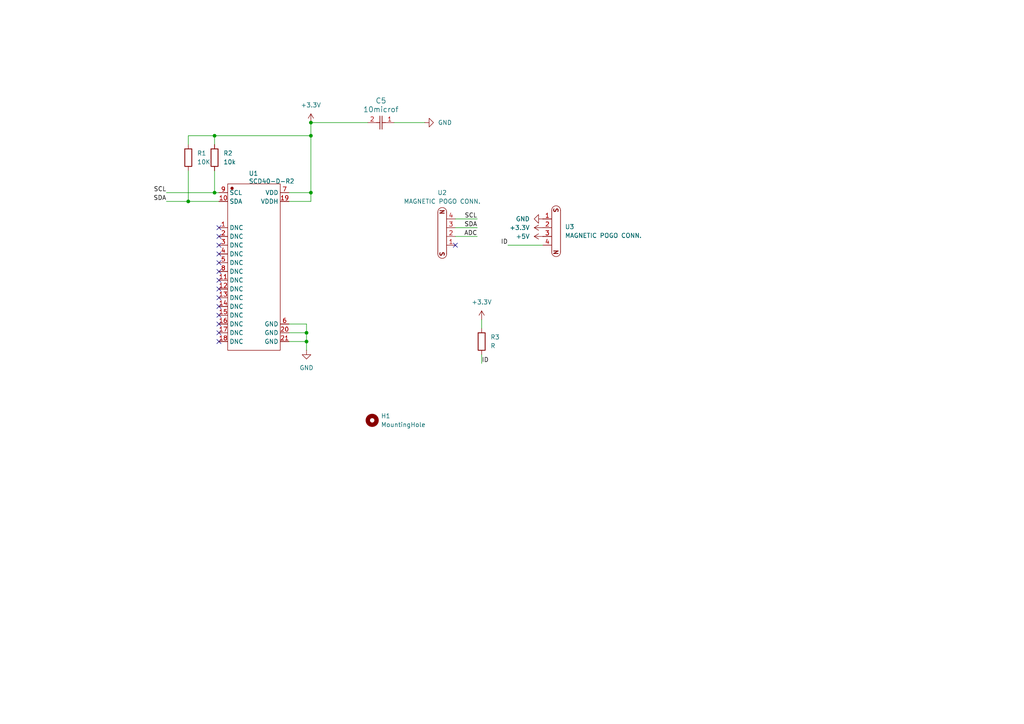
<source format=kicad_sch>
(kicad_sch (version 20250114) (generator "eeschema") (generator_version "9.0")
  (paper "A4")
  (lib_symbols
    (symbol "2026-01-23_05-30-51:C0603C104K5RACTU" (pin_names (offset 0.254))
      (property "Reference" "C" (at 3.81 3.81 0))
      (property "Value" "C0603C104K5RACTU" (at 3.81 -3.81 0))
      (symbol "C0603C104K5RACTU_1_1"
        (polyline (pts (xy 2.54 0) (xy 3.4798 0)) (stroke (width 0.2032)))
        (polyline (pts (xy 3.4798 -1.905) (xy 3.4798 1.905)) (stroke (width 0.2032)))
        (polyline (pts (xy 4.1148 0) (xy 5.08 0)) (stroke (width 0.2032)))
        (polyline (pts (xy 4.1148 -1.905) (xy 4.1148 1.905)) (stroke (width 0.2032)))
        (pin unspecified line (at 0 0 0) (length 2.54) (name "") (number "1"))
        (pin unspecified line (at 7.62 0 180) (length 2.54) (name "") (number "2"))
      )
      (symbol "C0603C104K5RACTU_1_2"
        (polyline (pts (xy -1.905 -3.4798) (xy 1.905 -3.4798)) (stroke (width 0.2032)))
        (polyline (pts (xy -1.905 -4.1148) (xy 1.905 -4.1148)) (stroke (width 0.2032)))
        (polyline (pts (xy 0 -2.54) (xy 0 -3.4798)) (stroke (width 0.2032)))
        (polyline (pts (xy 0 -4.1148) (xy 0 -5.08)) (stroke (width 0.2032)))
        (pin unspecified line (at 0 0 270) (length 2.54) (name "") (number "1"))
        (pin unspecified line (at 0 -7.62 90) (length 2.54) (name "") (number "2"))
      )
    )
    (symbol "Device:R" (pin_numbers (hide yes)) (pin_names (offset 0))
      (property "Reference" "R" (at 2.032 0 90))
      (property "Value" "R" (at 0 0 90))
      (symbol "R_0_1"
        (rectangle (start -1.016 -2.54) (end 1.016 2.54) (stroke (width 0.254)))
      )
      (symbol "R_1_1"
        (pin passive line (at 0 3.81 270) (length 1.27) (name "~") (number "1"))
        (pin passive line (at 0 -3.81 90) (length 1.27) (name "~") (number "2"))
      )
    )
    (symbol "Mechanical:MountingHole" (pin_names (offset 1.016)) (in_bom no)
      (property "Reference" "H" (at 0 5.08 0))
      (property "Value" "MountingHole" (at 0 3.175 0))
      (symbol "MountingHole_0_1"
        (circle (center 0 0) (radius 1.27) (stroke (width 1.27)))
      )
    )
    (symbol "magnetic_pogo_conn.:MAGNETIC_POGO_CONN."
      (property "Reference" "U" (at 0.508 4.826 0))
      (property "Value" "MAGNETIC POGO CONN." (at 0.508 2.54 0))
      (symbol "MAGNETIC_POGO_CONN._1_1"
        (rectangle (start -5.08 1.2954) (end 7.112 1.27) (fill (type background)))
        (arc (start -5.08 -1.27) (mid -6.35 0) (end -5.08 1.27))
        (rectangle (start -5.08 -1.2446) (end 7.112 -1.27) (fill (type background)))
        (arc (start 7.112 1.27) (mid 8.382 0) (end 7.112 -1.27))
        (text "S" (at -5.08 0 0) (effects (font (size 1.27 1.27) (thickness 0.254) (bold yes))))
        (text "N" (at 7.112 0 0) (effects (font (size 1.27 1.27) (thickness 0.254) (bold yes))))
        (pin bidirectional line (at -2.54 -3.81 90) (length 2.54) (name "") (number "1"))
        (pin bidirectional line (at 0 -3.81 90) (length 2.54) (name "") (number "2"))
        (pin bidirectional line (at 2.54 -3.81 90) (length 2.54) (name "") (number "3"))
        (pin bidirectional line (at 5.08 -3.81 90) (length 2.54) (name "") (number "4"))
      )
    )
    (symbol "power:+3.3V" (power) (pin_numbers (hide yes)) (pin_names (offset 0) (hide yes))
      (property "Value" "+3.3V" (at 0 3.556 0))
      (symbol "+3.3V_0_1"
        (polyline (pts (xy -0.762 1.27) (xy 0 2.54)))
        (polyline (pts (xy 0 2.54) (xy 0.762 1.27)))
        (polyline (pts (xy 0 0) (xy 0 2.54)))
      )
      (symbol "+3.3V_1_1"
        (pin power_in line (at 0 0 90) (length 0) (name "~") (number "1"))
      )
    )
    (symbol "power:+5V" (power) (pin_numbers (hide yes)) (pin_names (offset 0) (hide yes))
      (property "Value" "+5V" (at 0 3.556 0))
      (symbol "+5V_0_1"
        (polyline (pts (xy -0.762 1.27) (xy 0 2.54)))
        (polyline (pts (xy 0 2.54) (xy 0.762 1.27)))
        (polyline (pts (xy 0 0) (xy 0 2.54)))
      )
      (symbol "+5V_1_1"
        (pin power_in line (at 0 0 90) (length 0) (name "~") (number "1"))
      )
    )
    (symbol "power:GND" (power) (pin_numbers (hide yes)) (pin_names (offset 0) (hide yes))
      (property "Value" "GND" (at 0 -3.81 0))
      (symbol "GND_0_1"
        (polyline (pts (xy 0 0) (xy 0 -1.27) (xy 1.27 -1.27) (xy 0 -2.54) (xy -1.27 -1.27) (xy 0 -1.27)))
      )
      (symbol "GND_1_1"
        (pin power_in line (at 0 0 270) (length 0) (name "~") (number "1"))
      )
    )
    (symbol "teset-altium-import:root_0_SCD40-D-R2_"
      (symbol "root_0_SCD40-D-R2__1_0"
        (rectangle (start -7.62 24.13) (end 7.62 -24.13) (stroke (width 0) (color 136 0 0 1)))
        (circle (center -6.35 22.86) (radius 0.381) (stroke (width 0) (color 136 0 0 1)) (fill (type outline)))
        (pin passive line (at -10.16 21.59 0) (length 2.54) (name "SCL") (number "9"))
        (pin passive line (at -10.16 19.05 0) (length 2.54) (name "SDA") (number "10"))
        (pin passive line (at -10.16 11.43 0) (length 2.54) (name "DNC") (number "1"))
        (pin passive line (at -10.16 8.89 0) (length 2.54) (name "DNC") (number "2"))
        (pin passive line (at -10.16 6.35 0) (length 2.54) (name "DNC") (number "3"))
        (pin passive line (at -10.16 3.81 0) (length 2.54) (name "DNC") (number "4"))
        (pin passive line (at -10.16 1.27 0) (length 2.54) (name "DNC") (number "5"))
        (pin passive line (at -10.16 -1.27 0) (length 2.54) (name "DNC") (number "8"))
        (pin passive line (at -10.16 -3.81 0) (length 2.54) (name "DNC") (number "11"))
        (pin passive line (at -10.16 -6.35 0) (length 2.54) (name "DNC") (number "12"))
        (pin passive line (at -10.16 -8.89 0) (length 2.54) (name "DNC") (number "13"))
        (pin passive line (at -10.16 -11.43 0) (length 2.54) (name "DNC") (number "14"))
        (pin passive line (at -10.16 -13.97 0) (length 2.54) (name "DNC") (number "15"))
        (pin passive line (at -10.16 -16.51 0) (length 2.54) (name "DNC") (number "16"))
        (pin passive line (at -10.16 -19.05 0) (length 2.54) (name "DNC") (number "17"))
        (pin passive line (at -10.16 -21.59 0) (length 2.54) (name "DNC") (number "18"))
        (pin passive line (at 10.16 21.59 180) (length 2.54) (name "VDD") (number "7"))
        (pin passive line (at 10.16 19.05 180) (length 2.54) (name "VDDH") (number "19"))
        (pin passive line (at 10.16 -16.51 180) (length 2.54) (name "GND") (number "6"))
        (pin passive line (at 10.16 -19.05 180) (length 2.54) (name "GND") (number "20"))
        (pin passive line (at 10.16 -21.59 180) (length 2.54) (name "GND") (number "21"))
      )
    )
  )
  (junction (at 88.9 99.06))
  (junction (at 90.17 55.88))
  (junction (at 88.9 96.52))
  (junction (at 90.17 35.56))
  (junction (at 62.23 55.88))
  (junction (at 90.17 39.37))
  (junction (at 54.61 58.42))
  (junction (at 62.23 39.37))
  (no_connect (at 63.5 68.58))
  (no_connect (at 63.5 83.82))
  (no_connect (at 63.5 81.28))
  (no_connect (at 63.5 91.44))
  (no_connect (at 63.5 73.66))
  (no_connect (at 63.5 71.12))
  (no_connect (at 63.5 66.04))
  (no_connect (at 63.5 99.06))
  (no_connect (at 63.5 76.2))
  (no_connect (at 63.5 93.98))
  (no_connect (at 63.5 86.36))
  (no_connect (at 132.08 71.12))
  (no_connect (at 63.5 96.52))
  (no_connect (at 63.5 78.74))
  (no_connect (at 63.5 88.9))
  (wire (pts (xy 90.17 55.88) (xy 90.17 39.37)))
  (wire (pts (xy 83.82 96.52) (xy 88.9 96.52)))
  (wire (pts (xy 138.43 68.58) (xy 132.08 68.58)))
  (wire (pts (xy 62.23 55.88) (xy 63.5 55.88)))
  (wire (pts (xy 88.9 96.52) (xy 88.9 99.06)))
  (wire (pts (xy 48.26 55.88) (xy 62.23 55.88)))
  (wire (pts (xy 54.61 39.37) (xy 62.23 39.37)))
  (wire (pts (xy 90.17 39.37) (xy 90.17 35.56)))
  (wire (pts (xy 138.43 63.5) (xy 132.08 63.5)))
  (wire (pts (xy 139.7 92.71) (xy 139.7 95.25)))
  (wire (pts (xy 83.82 93.98) (xy 88.9 93.98)))
  (wire (pts (xy 83.82 99.06) (xy 88.9 99.06)))
  (wire (pts (xy 90.17 58.42) (xy 90.17 55.88)))
  (wire (pts (xy 48.26 58.42) (xy 54.61 58.42)))
  (wire (pts (xy 62.23 49.53) (xy 62.23 55.88)))
  (wire (pts (xy 83.82 55.88) (xy 90.17 55.88)))
  (wire (pts (xy 88.9 99.06) (xy 88.9 101.6)))
  (wire (pts (xy 62.23 41.91) (xy 62.23 39.37)))
  (wire (pts (xy 139.7 105.41) (xy 139.7 102.87)))
  (wire (pts (xy 54.61 41.91) (xy 54.61 39.37)))
  (wire (pts (xy 88.9 93.98) (xy 88.9 96.52)))
  (wire (pts (xy 114.3 35.56) (xy 123.19 35.56)))
  (wire (pts (xy 138.43 66.04) (xy 132.08 66.04)))
  (wire (pts (xy 90.17 35.56) (xy 106.68 35.56)))
  (wire (pts (xy 54.61 49.53) (xy 54.61 58.42)))
  (wire (pts (xy 54.61 58.42) (xy 63.5 58.42)))
  (wire (pts (xy 83.82 58.42) (xy 90.17 58.42)))
  (wire (pts (xy 147.32 71.12) (xy 157.48 71.12)))
  (wire (pts (xy 62.23 39.37) (xy 90.17 39.37)))
  (label "SDA" (at 48.26 58.42 180))
  (label "SCL" (at 48.26 55.88 180))
  (label "SCL" (at 138.43 63.5 180))
  (label "ID" (at 139.7 105.41 0))
  (label "ADC" (at 138.43 68.58 180))
  (label "SDA" (at 138.43 66.04 180))
  (label "ID" (at 147.32 71.12 180))
  (symbol (lib_id "Device:R") (at 54.61 45.72 0) (unit 1)
    (property "Reference" "R1" (at 57.15 44.4499 0) (effects (justify left)))
    (property "Value" "10K" (at 57.15 46.9899 0) (effects (justify left)))
    (property "Footprint" "Resistor_SMD:R_0805_2012Metric" (effects (hide yes)))
    (property "Description" "Resistor" (effects (hide yes)))
  )
  (symbol (lib_id "power:GND") (at 123.19 35.56 90) (unit 1)
    (property "Reference" "#PWR03" (effects (hide yes)))
    (property "Value" "GND" (at 127 35.5599 90) (effects (justify right)))
    (property "Description" "Power symbol creates a global label with name \"GND\" , ground" (effects (hide yes)))
  )
  (symbol (lib_id "Mechanical:MountingHole") (at 107.95 121.92 0) (unit 1) (in_bom no)
    (property "Reference" "H1" (at 110.49 120.6499 0) (effects (justify left)))
    (property "Value" "MountingHole" (at 110.49 123.1899 0) (effects (justify left)))
    (property "Footprint" "MountingHole:MountingHole_2.7mm_M2.5_Pad" (effects (hide yes)))
    (property "Description" "Mounting Hole without connection" (effects (hide yes)))
  )
  (symbol (lib_id "power:+3.3V") (at 157.48 66.04 90) (unit 1)
    (property "Reference" "#PWR06" (effects (hide yes)))
    (property "Value" "+3.3V" (at 153.67 66.0399 90) (effects (justify left)))
    (property "Description" "Power symbol creates a global label with name \"+3.3V\"" (effects (hide yes)))
  )
  (symbol (lib_id "power:+3.3V") (at 139.7 92.71 0) (unit 1)
    (property "Reference" "#PWR04" (effects (hide yes)))
    (property "Value" "+3.3V" (at 139.7 87.63 0))
    (property "Description" "Power symbol creates a global label with name \"+3.3V\"" (effects (hide yes)))
  )
  (symbol (lib_id "teset-altium-import:root_0_SCD40-D-R2_") (at 73.66 77.47 0) (unit 1)
    (property "Reference" "U1" (at 72.144 51.023 0) (effects (justify left bottom)))
    (property "Value" "SCD40-D-R2" (at 72.144 53.296 0) (effects (justify left bottom)))
    (property "Footprint" "batteryholder:SCD40 footprint" (effects (hide yes)))
    (property "CONTRIBUTOR" "LCSC" (effects (hide yes)))
    (property "SUPPLIER" "LCSC" (effects (hide yes)))
    (property "SUPPLIER PART" "C9900009940" (effects (hide yes)))
    (property "MANUFACTURER" "null" (effects (hide yes)))
    (property "MANUFACTURER PART" "SCD40-D-R2" (effects (hide yes)))
    (property "JLCPCB PART CLASS" "Extended Part" (effects (hide yes)))
    (property "SPICEPRE" "U" (effects (hide yes)))
    (property "SPICESYMBOLNAME" "SCD40-D-R2" (effects (hide yes)))
  )
  (symbol (lib_id "magnetic_pogo_conn.:MAGNETIC_POGO_CONN.") (at 161.29 66.04 270) (unit 1)
    (property "Reference" "U3" (at 163.83 65.7859 90) (effects (justify left)))
    (property "Value" "MAGNETIC POGO CONN." (at 163.83 68.3259 90) (effects (justify left)))
    (property "Footprint" "batteryholder:MAGNETIC POGO CONN." (effects (hide yes)))
  )
  (symbol (lib_id "2026-01-23_05-30-51:C0603C104K5RACTU") (at 114.3 35.56 180) (unit 1)
    (property "Reference" "C5" (at 110.49 29.21 0) (effects (font (size 1.524 1.524))))
    (property "Value" "10microf" (at 110.49 31.75 0) (effects (font (size 1.524 1.524))))
    (property "Footprint" "Capacitor_SMD:C_0805_2012Metric" (effects (hide yes)))
    (property "Datasheet" "https://content.kemet.com/datasheets/KEM_C1002_X7R_SMD.pdf" (effects (hide yes)))
  )
  (symbol (lib_id "Device:R") (at 62.23 45.72 0) (unit 1)
    (property "Reference" "R2" (at 64.77 44.4499 0) (effects (justify left)))
    (property "Value" "10k" (at 64.77 46.9899 0) (effects (justify left)))
    (property "Footprint" "Resistor_SMD:R_0805_2012Metric" (effects (hide yes)))
    (property "Description" "Resistor" (effects (hide yes)))
  )
  (symbol (lib_id "power:GND") (at 88.9 101.6 0) (unit 1)
    (property "Reference" "#PWR01" (effects (hide yes)))
    (property "Value" "GND" (at 88.9 106.68 0))
    (property "Description" "Power symbol creates a global label with name \"GND\" , ground" (effects (hide yes)))
  )
  (symbol (lib_id "power:GND") (at 157.48 63.5 270) (unit 1)
    (property "Reference" "#PWR05" (effects (hide yes)))
    (property "Value" "GND" (at 153.67 63.4999 90) (effects (justify right)))
    (property "Description" "Power symbol creates a global label with name \"GND\" , ground" (effects (hide yes)))
  )
  (symbol (lib_id "magnetic_pogo_conn.:MAGNETIC_POGO_CONN.") (at 128.27 68.58 90) (unit 1)
    (property "Reference" "U2" (at 128.2573 55.88 90))
    (property "Value" "MAGNETIC POGO CONN." (at 128.2573 58.42 90))
    (property "Footprint" "batteryholder:MAGNETIC POGO CONN." (effects (hide yes)))
  )
  (symbol (lib_id "Device:R") (at 139.7 99.06 0) (unit 1)
    (property "Reference" "R3" (at 142.24 97.7899 0) (effects (justify left)))
    (property "Value" "R" (at 142.24 100.3299 0) (effects (justify left)))
    (property "Footprint" "Resistor_SMD:R_0805_2012Metric" (effects (hide yes)))
    (property "Description" "Resistor" (effects (hide yes)))
  )
  (symbol (lib_id "power:+3.3V") (at 90.17 35.56 0) (unit 1)
    (property "Reference" "#PWR02" (effects (hide yes)))
    (property "Value" "+3.3V" (at 90.17 30.48 0))
    (property "Description" "Power symbol creates a global label with name \"+3.3V\"" (effects (hide yes)))
  )
  (symbol (lib_id "power:+5V") (at 157.48 68.58 90) (unit 1)
    (property "Reference" "#PWR07" (effects (hide yes)))
    (property "Value" "+5V" (at 153.67 68.5799 90) (effects (justify left)))
    (property "Description" "Power symbol creates a global label with name \"+5V\"" (effects (hide yes)))
  )
)
</source>
